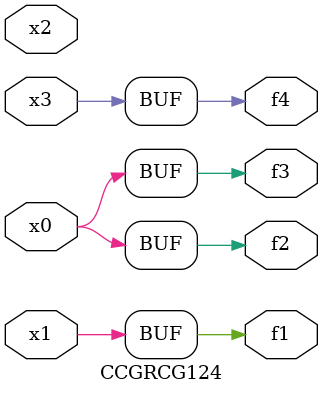
<source format=v>
module CCGRCG124(
	input x0, x1, x2, x3,
	output f1, f2, f3, f4
);
	assign f1 = x1;
	assign f2 = x0;
	assign f3 = x0;
	assign f4 = x3;
endmodule

</source>
